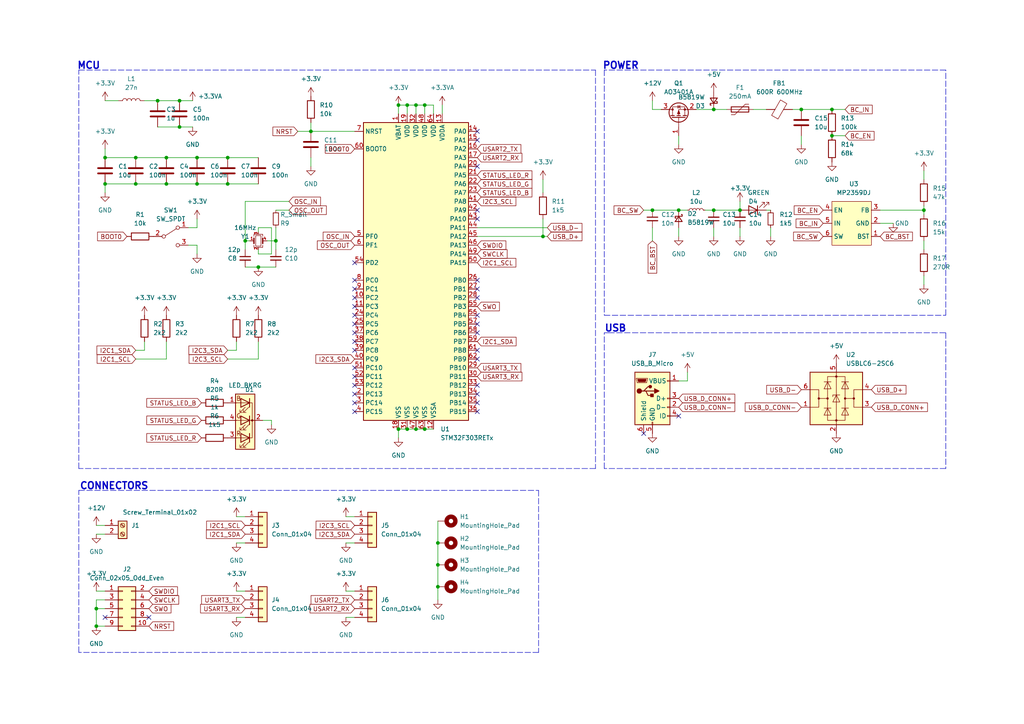
<source format=kicad_sch>
(kicad_sch (version 20211123) (generator eeschema)
  (paper "A4")
  (junction (at 127 163.83))
  (junction (at 115.57 30.48))
  (junction (at 207.01 31.75))
  (junction (at 30.48 45.72))
  (junction (at 90.17 38.1))
  (junction (at 39.37 53.34))
  (junction (at 115.57 124.46))
  (junction (at 48.26 53.34))
  (junction (at 48.26 45.72))
  (junction (at 127 170.18))
  (junction (at 189.23 60.96))
  (junction (at 214.63 60.96))
  (junction (at 45.72 29.21))
  (junction (at 241.3 31.75))
  (junction (at 39.37 45.72))
  (junction (at 71.12 69.85))
  (junction (at 66.04 45.72))
  (junction (at 127 157.48))
  (junction (at 52.07 36.83))
  (junction (at 27.94 176.53))
  (junction (at 120.65 124.46))
  (junction (at 196.85 60.96))
  (junction (at 123.19 30.48))
  (junction (at 74.93 77.47))
  (junction (at 267.97 60.96))
  (junction (at 52.07 29.21))
  (junction (at 27.94 181.61))
  (junction (at 118.11 124.46))
  (junction (at 80.01 69.85))
  (junction (at 241.3 39.37))
  (junction (at 120.65 30.48))
  (junction (at 57.15 45.72))
  (junction (at 66.04 53.34))
  (junction (at 232.41 31.75))
  (junction (at 118.11 30.48))
  (junction (at 123.19 124.46))
  (junction (at 207.01 60.96))
  (junction (at 157.48 68.58))
  (junction (at 30.48 53.34))
  (junction (at 57.15 53.34))
  (no_connect (at 138.43 63.5))
  (no_connect (at 138.43 114.3))
  (no_connect (at 102.87 88.9))
  (no_connect (at 102.87 116.84))
  (no_connect (at 102.87 101.6))
  (no_connect (at 138.43 81.28))
  (no_connect (at 138.43 48.26))
  (no_connect (at 138.43 83.82))
  (no_connect (at 138.43 96.52))
  (no_connect (at 138.43 93.98))
  (no_connect (at 102.87 83.82))
  (no_connect (at 102.87 114.3))
  (no_connect (at 102.87 81.28))
  (no_connect (at 186.69 125.73))
  (no_connect (at 138.43 91.44))
  (no_connect (at 102.87 119.38))
  (no_connect (at 102.87 109.22))
  (no_connect (at 102.87 86.36))
  (no_connect (at 102.87 111.76))
  (no_connect (at 138.43 111.76))
  (no_connect (at 138.43 40.64))
  (no_connect (at 102.87 93.98))
  (no_connect (at 138.43 38.1))
  (no_connect (at 138.43 60.96))
  (no_connect (at 102.87 99.06))
  (no_connect (at 138.43 116.84))
  (no_connect (at 102.87 96.52))
  (no_connect (at 138.43 104.14))
  (no_connect (at 102.87 76.2))
  (no_connect (at 102.87 91.44))
  (no_connect (at 196.85 120.65))
  (no_connect (at 138.43 101.6))
  (no_connect (at 30.48 179.07))
  (no_connect (at 43.18 179.07))
  (no_connect (at 102.87 106.68))
  (no_connect (at 138.43 119.38))
  (no_connect (at 138.43 86.36))
  (wire (pts (xy 41.91 101.6) (xy 41.91 99.06)))
  (wire (pts (xy 77.47 69.85) (xy 80.01 69.85)))
  (wire (pts (xy 218.44 31.75) (xy 222.25 31.75)))
  (wire (pts (xy 66.04 45.72) (xy 74.93 45.72)))
  (wire (pts (xy 127 163.83) (xy 127 170.18)))
  (wire (pts (xy 207.01 31.75) (xy 210.82 31.75)))
  (wire (pts (xy 30.48 53.34) (xy 30.48 55.88)))
  (wire (pts (xy 78.74 73.66) (xy 74.93 73.66)))
  (wire (pts (xy 30.48 53.34) (xy 39.37 53.34)))
  (wire (pts (xy 71.12 69.85) (xy 72.39 69.85)))
  (wire (pts (xy 118.11 30.48) (xy 118.11 33.02)))
  (wire (pts (xy 115.57 30.48) (xy 115.57 33.02)))
  (wire (pts (xy 127 157.48) (xy 127 163.83)))
  (wire (pts (xy 86.36 38.1) (xy 90.17 38.1)))
  (wire (pts (xy 115.57 124.46) (xy 118.11 124.46)))
  (wire (pts (xy 123.19 124.46) (xy 125.73 124.46)))
  (wire (pts (xy 71.12 72.39) (xy 71.12 69.85)))
  (wire (pts (xy 196.85 66.04) (xy 196.85 68.58)))
  (polyline (pts (xy 274.32 91.44) (xy 274.32 20.32)))
  (wire (pts (xy 57.15 66.04) (xy 57.15 63.5)))
  (wire (pts (xy 39.37 53.34) (xy 48.26 53.34)))
  (wire (pts (xy 157.48 52.07) (xy 157.48 55.88)))
  (wire (pts (xy 74.93 99.06) (xy 74.93 104.14)))
  (wire (pts (xy 48.26 53.34) (xy 57.15 53.34)))
  (wire (pts (xy 27.94 181.61) (xy 30.48 181.61)))
  (wire (pts (xy 255.27 60.96) (xy 267.97 60.96)))
  (polyline (pts (xy 274.32 20.32) (xy 175.26 20.32)))
  (wire (pts (xy 74.93 67.31) (xy 74.93 66.04)))
  (wire (pts (xy 196.85 60.96) (xy 199.39 60.96)))
  (wire (pts (xy 120.65 30.48) (xy 120.65 33.02)))
  (wire (pts (xy 127 151.13) (xy 127 157.48)))
  (wire (pts (xy 57.15 53.34) (xy 66.04 53.34)))
  (wire (pts (xy 41.91 29.21) (xy 45.72 29.21)))
  (wire (pts (xy 267.97 80.01) (xy 267.97 82.55)))
  (wire (pts (xy 27.94 154.94) (xy 30.48 154.94)))
  (wire (pts (xy 241.3 39.37) (xy 245.11 39.37)))
  (wire (pts (xy 158.75 68.58) (xy 157.48 68.58)))
  (wire (pts (xy 45.72 29.21) (xy 52.07 29.21)))
  (wire (pts (xy 30.48 29.21) (xy 34.29 29.21)))
  (wire (pts (xy 80.01 66.04) (xy 80.01 69.85)))
  (wire (pts (xy 100.33 179.07) (xy 102.87 179.07)))
  (wire (pts (xy 52.07 36.83) (xy 55.88 36.83)))
  (wire (pts (xy 80.01 72.39) (xy 80.01 69.85)))
  (wire (pts (xy 80.01 60.96) (xy 83.82 60.96)))
  (wire (pts (xy 196.85 39.37) (xy 196.85 41.91)))
  (wire (pts (xy 57.15 71.12) (xy 57.15 73.66)))
  (wire (pts (xy 127 170.18) (xy 127 173.99)))
  (wire (pts (xy 123.19 30.48) (xy 123.19 33.02)))
  (wire (pts (xy 100.33 157.48) (xy 102.87 157.48)))
  (wire (pts (xy 78.74 66.04) (xy 78.74 73.66)))
  (wire (pts (xy 66.04 101.6) (xy 68.58 101.6)))
  (wire (pts (xy 223.52 60.96) (xy 222.25 60.96)))
  (wire (pts (xy 54.61 66.04) (xy 57.15 66.04)))
  (wire (pts (xy 123.19 30.48) (xy 125.73 30.48)))
  (wire (pts (xy 267.97 49.53) (xy 267.97 52.07)))
  (wire (pts (xy 78.74 121.92) (xy 78.74 123.19)))
  (polyline (pts (xy 22.86 142.24) (xy 156.21 142.24)))
  (wire (pts (xy 232.41 39.37) (xy 232.41 41.91)))
  (wire (pts (xy 57.15 45.72) (xy 66.04 45.72)))
  (wire (pts (xy 189.23 69.85) (xy 189.23 66.04)))
  (polyline (pts (xy 175.26 96.52) (xy 176.53 96.52)))
  (wire (pts (xy 90.17 38.1) (xy 102.87 38.1)))
  (wire (pts (xy 68.58 171.45) (xy 71.12 171.45)))
  (wire (pts (xy 255.27 64.77) (xy 259.08 64.77)))
  (wire (pts (xy 223.52 66.04) (xy 223.52 68.58)))
  (wire (pts (xy 128.27 30.48) (xy 128.27 33.02)))
  (wire (pts (xy 267.97 60.96) (xy 267.97 62.23)))
  (wire (pts (xy 189.23 60.96) (xy 196.85 60.96)))
  (wire (pts (xy 189.23 31.75) (xy 191.77 31.75)))
  (wire (pts (xy 27.94 152.4) (xy 30.48 152.4)))
  (wire (pts (xy 118.11 124.46) (xy 120.65 124.46)))
  (polyline (pts (xy 22.86 189.23) (xy 22.86 142.24)))
  (wire (pts (xy 125.73 30.48) (xy 125.73 33.02)))
  (wire (pts (xy 74.93 66.04) (xy 78.74 66.04)))
  (wire (pts (xy 120.65 124.46) (xy 123.19 124.46)))
  (polyline (pts (xy 22.86 20.32) (xy 172.72 20.32)))
  (wire (pts (xy 229.87 31.75) (xy 232.41 31.75)))
  (wire (pts (xy 267.97 59.69) (xy 267.97 60.96)))
  (wire (pts (xy 214.63 58.42) (xy 214.63 60.96)))
  (polyline (pts (xy 156.21 142.24) (xy 156.21 189.23)))
  (wire (pts (xy 138.43 66.04) (xy 158.75 66.04)))
  (wire (pts (xy 118.11 30.48) (xy 120.65 30.48)))
  (wire (pts (xy 115.57 124.46) (xy 115.57 127)))
  (wire (pts (xy 68.58 149.86) (xy 71.12 149.86)))
  (polyline (pts (xy 172.72 20.32) (xy 172.72 135.89)))
  (polyline (pts (xy 22.86 135.89) (xy 22.86 20.32)))
  (wire (pts (xy 157.48 63.5) (xy 157.48 68.58)))
  (wire (pts (xy 66.04 53.34) (xy 74.93 53.34)))
  (polyline (pts (xy 175.26 135.89) (xy 175.26 96.52)))
  (wire (pts (xy 48.26 45.72) (xy 57.15 45.72)))
  (wire (pts (xy 74.93 77.47) (xy 80.01 77.47)))
  (wire (pts (xy 27.94 173.99) (xy 30.48 173.99)))
  (wire (pts (xy 68.58 101.6) (xy 68.58 99.06)))
  (wire (pts (xy 90.17 35.56) (xy 90.17 38.1)))
  (wire (pts (xy 39.37 45.72) (xy 48.26 45.72)))
  (wire (pts (xy 189.23 29.21) (xy 189.23 31.75)))
  (wire (pts (xy 267.97 69.85) (xy 267.97 72.39)))
  (wire (pts (xy 157.48 68.58) (xy 138.43 68.58)))
  (wire (pts (xy 76.2 121.92) (xy 78.74 121.92)))
  (wire (pts (xy 241.3 31.75) (xy 245.11 31.75)))
  (wire (pts (xy 68.58 179.07) (xy 71.12 179.07)))
  (wire (pts (xy 196.85 110.49) (xy 199.39 110.49)))
  (wire (pts (xy 186.69 60.96) (xy 189.23 60.96)))
  (wire (pts (xy 74.93 104.14) (xy 66.04 104.14)))
  (wire (pts (xy 199.39 110.49) (xy 199.39 107.95)))
  (wire (pts (xy 100.33 171.45) (xy 102.87 171.45)))
  (polyline (pts (xy 175.26 20.32) (xy 175.26 91.44)))
  (wire (pts (xy 27.94 181.61) (xy 27.94 176.53)))
  (wire (pts (xy 52.07 29.21) (xy 55.88 29.21)))
  (wire (pts (xy 115.57 30.48) (xy 118.11 30.48)))
  (wire (pts (xy 45.72 36.83) (xy 52.07 36.83)))
  (polyline (pts (xy 175.26 91.44) (xy 274.32 91.44)))
  (wire (pts (xy 30.48 43.18) (xy 30.48 45.72)))
  (wire (pts (xy 30.48 45.72) (xy 39.37 45.72)))
  (wire (pts (xy 27.94 176.53) (xy 27.94 173.99)))
  (wire (pts (xy 214.63 66.04) (xy 214.63 68.58)))
  (wire (pts (xy 27.94 171.45) (xy 30.48 171.45)))
  (wire (pts (xy 68.58 157.48) (xy 71.12 157.48)))
  (wire (pts (xy 71.12 58.42) (xy 71.12 69.85)))
  (polyline (pts (xy 172.72 135.89) (xy 22.86 135.89)))
  (wire (pts (xy 201.93 31.75) (xy 207.01 31.75)))
  (polyline (pts (xy 176.53 96.52) (xy 274.32 96.52)))
  (wire (pts (xy 100.33 149.86) (xy 102.87 149.86)))
  (wire (pts (xy 207.01 66.04) (xy 207.01 68.58)))
  (wire (pts (xy 207.01 60.96) (xy 214.63 60.96)))
  (wire (pts (xy 74.93 73.66) (xy 74.93 72.39)))
  (wire (pts (xy 48.26 99.06) (xy 48.26 104.14)))
  (wire (pts (xy 120.65 30.48) (xy 123.19 30.48)))
  (wire (pts (xy 90.17 45.72) (xy 90.17 48.26)))
  (polyline (pts (xy 274.32 96.52) (xy 274.32 135.89)))
  (polyline (pts (xy 274.32 135.89) (xy 175.26 135.89)))
  (wire (pts (xy 232.41 31.75) (xy 241.3 31.75)))
  (wire (pts (xy 39.37 101.6) (xy 41.91 101.6)))
  (wire (pts (xy 83.82 58.42) (xy 71.12 58.42)))
  (wire (pts (xy 27.94 176.53) (xy 30.48 176.53)))
  (wire (pts (xy 54.61 71.12) (xy 57.15 71.12)))
  (polyline (pts (xy 156.21 189.23) (xy 22.86 189.23)))
  (wire (pts (xy 71.12 77.47) (xy 74.93 77.47)))
  (wire (pts (xy 48.26 104.14) (xy 39.37 104.14)))
  (wire (pts (xy 204.47 60.96) (xy 207.01 60.96)))
  (text "POWER" (at 185.42 20.32 180) (effects (font (size 2 2) bold) (justify right bottom)))
  (text "USB" (at 175.26 96.52 0) (effects (font (size 2 2) bold) (justify left bottom)))
  (text "MCU" (at 29.21 20.32 180) (effects (font (size 2 2) bold) (justify right bottom)))
  (text "CONNECTORS" (at 43.18 142.24 180) (effects (font (size 2 2) bold) (justify right bottom)))
  (global_label "STATUS_LED_G" (shape input) (at 58.42 121.92 180) (property "Intersheet References" "${INTERSHEET_REFS}" (effects hide)))
  (global_label "I2C3_SCL" (shape input) (at 138.43 58.42 0) (property "Intersheet References" "${INTERSHEET_REFS}" (effects hide)))
  (global_label "USB_D_CONN+" (shape input) (at 196.85 115.57 0) (property "Intersheet References" "${INTERSHEET_REFS}" (effects hide)))
  (global_label "USART3_RX" (shape input) (at 71.12 176.53 180) (property "Intersheet References" "${INTERSHEET_REFS}" (effects hide)))
  (global_label "BC_EN" (shape input) (at 245.11 39.37 0) (property "Intersheet References" "${INTERSHEET_REFS}" (effects hide)))
  (global_label "I2C3_SCL" (shape input) (at 66.04 104.14 180) (property "Intersheet References" "${INTERSHEET_REFS}" (effects hide)))
  (global_label "USART3_RX" (shape input) (at 138.43 109.22 0) (property "Intersheet References" "${INTERSHEET_REFS}" (effects hide)))
  (global_label "BC_BST" (shape input) (at 255.27 68.58 0) (property "Intersheet References" "${INTERSHEET_REFS}" (effects hide)))
  (global_label "USART2_RX" (shape input) (at 138.43 45.72 0) (property "Intersheet References" "${INTERSHEET_REFS}" (effects hide)))
  (global_label "SWCLK" (shape input) (at 43.18 173.99 0) (property "Intersheet References" "${INTERSHEET_REFS}" (effects hide)))
  (global_label "USB_D_CONN+" (shape input) (at 252.73 118.11 0) (property "Intersheet References" "${INTERSHEET_REFS}" (effects hide)))
  (global_label "USB_D_CONN-" (shape input) (at 232.41 118.11 180) (property "Intersheet References" "${INTERSHEET_REFS}" (effects hide)))
  (global_label "USB_D-" (shape input) (at 232.41 113.03 180) (property "Intersheet References" "${INTERSHEET_REFS}" (effects hide)))
  (global_label "I2C1_SCL" (shape input) (at 39.37 104.14 180) (property "Intersheet References" "${INTERSHEET_REFS}" (effects hide)))
  (global_label "SWO" (shape input) (at 138.43 88.9 0) (property "Intersheet References" "${INTERSHEET_REFS}" (effects hide)))
  (global_label "I2C1_SCL" (shape input) (at 138.43 76.2 0) (property "Intersheet References" "${INTERSHEET_REFS}" (effects hide)))
  (global_label "SWDIO" (shape input) (at 138.43 71.12 0) (property "Intersheet References" "${INTERSHEET_REFS}" (effects hide)))
  (global_label "I2C1_SDA" (shape input) (at 138.43 99.06 0) (property "Intersheet References" "${INTERSHEET_REFS}" (effects hide)))
  (global_label "BC_IN" (shape input) (at 238.76 64.77 180) (property "Intersheet References" "${INTERSHEET_REFS}" (effects hide)))
  (global_label "NRST" (shape input) (at 86.36 38.1 180) (property "Intersheet References" "${INTERSHEET_REFS}" (effects hide)))
  (global_label "OSC_IN" (shape input) (at 102.87 68.58 180) (property "Intersheet References" "${INTERSHEET_REFS}" (effects hide)))
  (global_label "NRST" (shape input) (at 43.18 181.61 0) (property "Intersheet References" "${INTERSHEET_REFS}" (effects hide)))
  (global_label "STATUS_LED_G" (shape input) (at 138.43 53.34 0) (property "Intersheet References" "${INTERSHEET_REFS}" (effects hide)))
  (global_label "I2C3_SCL" (shape input) (at 102.87 152.4 180) (property "Intersheet References" "${INTERSHEET_REFS}" (effects hide)))
  (global_label "USB_D+" (shape input) (at 158.75 68.58 0) (property "Intersheet References" "${INTERSHEET_REFS}" (effects hide)))
  (global_label "I2C3_SDA" (shape input) (at 102.87 104.14 180) (property "Intersheet References" "${INTERSHEET_REFS}" (effects hide)))
  (global_label "SWO" (shape input) (at 43.18 176.53 0) (property "Intersheet References" "${INTERSHEET_REFS}" (effects hide)))
  (global_label "BOOT0" (shape input) (at 102.87 43.18 180) (property "Intersheet References" "${INTERSHEET_REFS}" (effects hide)))
  (global_label "STATUS_LED_B" (shape input) (at 138.43 55.88 0) (property "Intersheet References" "${INTERSHEET_REFS}" (effects hide)))
  (global_label "I2C1_SDA" (shape input) (at 39.37 101.6 180) (property "Intersheet References" "${INTERSHEET_REFS}" (effects hide)))
  (global_label "STATUS_LED_B" (shape input) (at 58.42 116.84 180) (property "Intersheet References" "${INTERSHEET_REFS}" (effects hide)))
  (global_label "USB_D+" (shape input) (at 252.73 113.03 0) (property "Intersheet References" "${INTERSHEET_REFS}" (effects hide)))
  (global_label "SWDIO" (shape input) (at 43.18 171.45 0) (property "Intersheet References" "${INTERSHEET_REFS}" (effects hide)))
  (global_label "BC_BST" (shape input) (at 189.23 69.85 270) (property "Intersheet References" "${INTERSHEET_REFS}" (effects hide)))
  (global_label "OSC_OUT" (shape input) (at 83.82 60.96 0) (property "Intersheet References" "${INTERSHEET_REFS}" (effects hide)))
  (global_label "USART2_TX" (shape input) (at 102.87 173.99 180) (property "Intersheet References" "${INTERSHEET_REFS}" (effects hide)))
  (global_label "BC_SW" (shape input) (at 238.76 68.58 180) (property "Intersheet References" "${INTERSHEET_REFS}" (effects hide)))
  (global_label "USART2_TX" (shape input) (at 138.43 43.18 0) (property "Intersheet References" "${INTERSHEET_REFS}" (effects hide)))
  (global_label "OSC_IN" (shape input) (at 83.82 58.42 0) (property "Intersheet References" "${INTERSHEET_REFS}" (effects hide)))
  (global_label "I2C1_SCL" (shape input) (at 71.12 152.4 180) (property "Intersheet References" "${INTERSHEET_REFS}" (effects hide)))
  (global_label "USB_D_CONN-" (shape input) (at 196.85 118.11 0) (property "Intersheet References" "${INTERSHEET_REFS}" (effects hide)))
  (global_label "STATUS_LED_R" (shape input) (at 58.42 127 180) (property "Intersheet References" "${INTERSHEET_REFS}" (effects hide)))
  (global_label "USART2_RX" (shape input) (at 102.87 176.53 180) (property "Intersheet References" "${INTERSHEET_REFS}" (effects hide)))
  (global_label "USB_D-" (shape input) (at 158.75 66.04 0) (property "Intersheet References" "${INTERSHEET_REFS}" (effects hide)))
  (global_label "SWCLK" (shape input) (at 138.43 73.66 0) (property "Intersheet References" "${INTERSHEET_REFS}" (effects hide)))
  (global_label "I2C3_SDA" (shape input) (at 102.87 154.94 180) (property "Intersheet References" "${INTERSHEET_REFS}" (effects hide)))
  (global_label "BC_EN" (shape input) (at 238.76 60.96 180) (property "Intersheet References" "${INTERSHEET_REFS}" (effects hide)))
  (global_label "I2C1_SDA" (shape input) (at 71.12 154.94 180) (property "Intersheet References" "${INTERSHEET_REFS}" (effects hide)))
  (global_label "OSC_OUT" (shape input) (at 102.87 71.12 180) (property "Intersheet References" "${INTERSHEET_REFS}" (effects hide)))
  (global_label "BC_SW" (shape input) (at 186.69 60.96 180) (property "Intersheet References" "${INTERSHEET_REFS}" (effects hide)))
  (global_label "USART3_TX" (shape input) (at 138.43 106.68 0) (property "Intersheet References" "${INTERSHEET_REFS}" (effects hide)))
  (global_label "I2C3_SDA" (shape input) (at 66.04 101.6 180) (property "Intersheet References" "${INTERSHEET_REFS}" (effects hide)))
  (global_label "BOOT0" (shape input) (at 36.83 68.58 180) (property "Intersheet References" "${INTERSHEET_REFS}" (effects hide)))
  (global_label "BC_IN" (shape input) (at 245.11 31.75 0) (property "Intersheet References" "${INTERSHEET_REFS}" (effects hide)))
  (global_label "STATUS_LED_R" (shape input) (at 138.43 50.8 0) (property "Intersheet References" "${INTERSHEET_REFS}" (effects hide)))
  (global_label "USART3_TX" (shape input) (at 71.12 173.99 180) (property "Intersheet References" "${INTERSHEET_REFS}" (effects hide)))
  (symbol (lib_id "power:GND") (at 90.17 48.26 0) (unit 1)
    (property "Reference" "#PWR0119" (effects hide))
    (property "Value" "GND" (at 90.17 53.34 0))
  )
  (symbol (lib_id "power:+3.3V") (at 48.26 91.44 0) (unit 1)
    (property "Reference" "#PWR0112" (effects hide))
    (property "Value" "+3.3V" (at 48.26 86.36 0))
  )
  (symbol (lib_id "Device:L") (at 38.1 29.21 90) (unit 1)
    (property "Reference" "L1" (at 38.1 22.86 90))
    (property "Value" "27n" (at 38.1 25.4 90))
    (property "Footprint" "Inductor_SMD:L_0402_1005Metric" (effects hide))
  )
  (symbol (lib_id "power:GND") (at 100.33 157.48 0) (unit 1)
    (property "Reference" "#PWR0126" (effects hide))
    (property "Value" "GND" (at 100.33 162.56 0))
  )
  (symbol (lib_id "power:+5V") (at 199.39 107.95 0) (unit 1)
    (property "Reference" "#PWR01" (effects hide))
    (property "Value" "+5V" (at 199.39 102.87 0))
  )
  (symbol (lib_id "power:+12V") (at 27.94 152.4 0) (unit 1)
    (property "Reference" "#PWR0104" (effects hide))
    (property "Value" "+12V" (at 27.94 147.32 0))
  )
  (symbol (lib_id "MCU_ST_STM32F3:STM32F303RETx") (at 120.65 78.74 0) (unit 1)
    (property "Reference" "U1" (at 127.7494 124.46 0) (effects (justify left)))
    (property "Value" "STM32F303RETx" (at 127.7494 127 0) (effects (justify left)))
    (property "Footprint" "Package_QFP:LQFP-64_10x10mm_P0.5mm" (effects hide))
    (property "Datasheet" "http://www.st.com/st-web-ui/static/active/en/resource/technical/document/datasheet/DM00118585.pdf" (effects hide))
  )
  (symbol (lib_id "power:+3.3V") (at 27.94 171.45 0) (unit 1)
    (property "Reference" "#PWR0102" (effects hide))
    (property "Value" "+3.3V" (at 27.94 166.37 0))
  )
  (symbol (lib_id "Device:R") (at 62.23 127 90) (unit 1)
    (property "Reference" "R6" (at 62.23 120.65 90))
    (property "Value" "1k5" (at 62.23 123.19 90))
    (property "Footprint" "Resistor_SMD:R_0603_1608Metric" (effects hide))
  )
  (symbol (lib_id "power:+3.3V") (at 68.58 91.44 0) (unit 1)
    (property "Reference" "#PWR0121" (effects hide))
    (property "Value" "+3.3V" (at 68.58 86.36 0))
  )
  (symbol (lib_id "power:+3.3V") (at 100.33 171.45 0) (unit 1)
    (property "Reference" "#PWR0127" (effects hide))
    (property "Value" "+3.3V" (at 100.33 166.37 0))
  )
  (symbol (lib_id "Device:Crystal_GND23_Small") (at 74.93 69.85 0) (unit 1)
    (property "Reference" "Y1" (at 71.12 68.58 0))
    (property "Value" "16MHz" (at 71.12 66.04 0))
    (property "Footprint" "Crystal:Crystal_SMD_3225-4Pin_3.2x2.5mm" (effects hide))
  )
  (symbol (lib_id "power:GND") (at 27.94 154.94 0) (unit 1)
    (property "Reference" "#PWR0103" (effects hide))
    (property "Value" "GND" (at 27.94 160.02 0))
  )
  (symbol (lib_id "power:GND") (at 259.08 64.77 0) (unit 1)
    (property "Reference" "#PWR0149" (effects hide))
    (property "Value" "GND" (at 261.62 64.77 0))
  )
  (symbol (lib_id "Device:R") (at 40.64 68.58 270) (unit 1)
    (property "Reference" "R1" (at 40.64 62.23 90))
    (property "Value" "10k" (at 40.64 64.77 90))
    (property "Footprint" "Resistor_SMD:R_0402_1005Metric" (effects hide))
  )
  (symbol (lib_id "Transistor_FET:AO3401A") (at 196.85 34.29 90) (unit 1)
    (property "Reference" "Q1" (at 196.85 24.13 90))
    (property "Value" "AO3401A" (at 196.85 26.67 90))
    (property "Footprint" "Package_TO_SOT_SMD:SOT-23" (effects hide))
    (property "Datasheet" "http://www.aosmd.com/pdfs/datasheet/AO3401A.pdf" (effects hide))
  )
  (symbol (lib_id "power:GND") (at 214.63 68.58 0) (unit 1)
    (property "Reference" "#PWR0144" (effects hide))
    (property "Value" "GND" (at 214.63 73.66 0))
  )
  (symbol (lib_id "Device:Polyfuse") (at 214.63 31.75 90) (unit 1)
    (property "Reference" "F1" (at 214.63 25.4 90))
    (property "Value" "250mA" (at 214.63 27.94 90))
    (property "Footprint" "Fuse:Fuse_1206_3216Metric" (effects hide))
  )
  (symbol (lib_id "Device:C") (at 66.04 49.53 0) (unit 1)
    (property "Reference" "C7" (at 69.85 48.2599 0) (effects (justify left)))
    (property "Value" "100n" (at 69.85 50.7999 0) (effects (justify left)))
    (property "Footprint" "Capacitor_SMD:C_0402_1005Metric" (effects hide))
  )
  (symbol (lib_id "Device:C") (at 57.15 49.53 0) (unit 1)
    (property "Reference" "C6" (at 60.96 48.2599 0) (effects (justify left)))
    (property "Value" "100n" (at 60.96 50.7999 0) (effects (justify left)))
    (property "Footprint" "Capacitor_SMD:C_0402_1005Metric" (effects hide))
  )
  (symbol (lib_id "Device:R") (at 62.23 121.92 90) (unit 1)
    (property "Reference" "R5" (at 62.23 115.57 90))
    (property "Value" "1k" (at 62.23 118.11 90))
    (property "Footprint" "Resistor_SMD:R_0603_1608Metric" (effects hide))
  )
  (symbol (lib_id "Connector:Screw_Terminal_01x02") (at 35.56 152.4 0) (unit 1)
    (property "Reference" "J1" (at 38.1 152.3999 0) (effects (justify left)))
    (property "Value" "Screw_Terminal_01x02" (at 35.56 148.59 0) (effects (justify left)))
    (property "Footprint" "TerminalBlock_Phoenix:TerminalBlock_Phoenix_MPT-0,5-2-2.54_1x02_P2.54mm_Horizontal" (effects hide))
  )
  (symbol (lib_id "Device:C_Small") (at 214.63 63.5 180) (unit 1)
    (property "Reference" "C14" (at 217.17 62.2235 0) (effects (justify right)))
    (property "Value" "10u" (at 217.17 64.7635 0) (effects (justify right)))
    (property "Footprint" "Capacitor_SMD:C_0603_1608Metric" (effects hide))
  )
  (symbol (lib_id "power:+5V") (at 207.01 26.67 0) (unit 1)
    (property "Reference" "#PWR02" (effects hide))
    (property "Value" "+5V" (at 207.01 21.59 0))
  )
  (symbol (lib_id "Power_Protection:USBLC6-2SC6") (at 242.57 115.57 0) (unit 1)
    (property "Reference" "U2" (at 245.3387 102.87 0) (effects (justify left)))
    (property "Value" "USBLC6-2SC6" (at 245.3387 105.41 0) (effects (justify left)))
    (property "Footprint" "Package_TO_SOT_SMD:SOT-23-6" (effects hide))
    (property "Datasheet" "https://www.st.com/resource/en/datasheet/usblc6-2.pdf" (effects hide))
  )
  (symbol (lib_id "Device:C") (at 52.07 33.02 0) (unit 1)
    (property "Reference" "C5" (at 55.88 31.7499 0) (effects (justify left)))
    (property "Value" "100n" (at 55.88 34.2899 0) (effects (justify left)))
    (property "Footprint" "Capacitor_SMD:C_0402_1005Metric" (effects hide))
  )
  (symbol (lib_id "Device:LED") (at 218.44 60.96 180) (unit 1)
    (property "Reference" "D4" (at 218.44 58.42 0))
    (property "Value" "GREEN" (at 220.0275 55.88 0))
    (property "Footprint" "LED_SMD:LED_0805_2012Metric" (effects hide))
  )
  (symbol (lib_id "power:+3.3V") (at 157.48 52.07 0) (unit 1)
    (property "Reference" "#PWR0136" (effects hide))
    (property "Value" "+3.3V" (at 157.48 46.99 0))
  )
  (symbol (lib_id "Device:D_Schottky_Small") (at 196.85 63.5 270) (unit 1)
    (property "Reference" "D2" (at 199.39 61.9759 90) (effects (justify left)))
    (property "Value" "B5819W" (at 199.39 64.5159 90) (effects (justify left)))
    (property "Footprint" "Diode_SMD:D_SOD-123" (effects hide))
  )
  (symbol (lib_id "power:+3.3VA") (at 55.88 29.21 0) (unit 1)
    (property "Reference" "#PWR0117" (effects hide))
    (property "Value" "+3.3VA" (at 60.96 27.94 0))
  )
  (symbol (lib_id "power:GND") (at 55.88 36.83 0) (unit 1)
    (property "Reference" "#PWR0111" (effects hide))
    (property "Value" "GND" (at 55.88 41.91 0))
  )
  (symbol (lib_id "power:GND") (at 207.01 68.58 0) (unit 1)
    (property "Reference" "#PWR0141" (effects hide))
    (property "Value" "GND" (at 207.01 73.66 0))
  )
  (symbol (lib_id "power:GND") (at 74.93 77.47 0) (unit 1)
    (property "Reference" "#PWR0123" (effects hide))
    (property "Value" "GND" (at 74.93 82.55 0))
  )
  (symbol (lib_id "Device:R") (at 48.26 95.25 180) (unit 1)
    (property "Reference" "R3" (at 50.8 93.9799 0) (effects (justify right)))
    (property "Value" "2k2" (at 50.8 96.5199 0) (effects (justify right)))
    (property "Footprint" "Resistor_SMD:R_0402_1005Metric" (effects hide))
  )
  (symbol (lib_id "power:GND") (at 27.94 181.61 0) (unit 1)
    (property "Reference" "#PWR0101" (effects hide))
    (property "Value" "GND" (at 27.94 186.69 0))
  )
  (symbol (lib_id "Device:C") (at 90.17 41.91 0) (unit 1)
    (property "Reference" "C11" (at 93.98 40.6399 0) (effects (justify left)))
    (property "Value" "100n" (at 93.98 43.1799 0) (effects (justify left)))
    (property "Footprint" "Capacitor_SMD:C_0402_1005Metric" (effects hide))
  )
  (symbol (lib_id "power:GND") (at 127 173.99 0) (unit 1)
    (property "Reference" "#PWR06" (effects hide))
    (property "Value" "GND" (at 127 179.07 0))
  )
  (symbol (lib_id "power:+3.3V") (at 100.33 149.86 0) (unit 1)
    (property "Reference" "#PWR0125" (effects hide))
    (property "Value" "+3.3V" (at 100.33 144.78 0))
  )
  (symbol (lib_id "KIDAC_OWNLIB:MP2359DJ") (at 247.65 48.26 180) (unit 1)
    (property "Reference" "U3" (at 247.65 53.34 0))
    (property "Value" "MP2359DJ" (at 247.65 55.88 0))
    (property "Footprint" "Package_TO_SOT_SMD:TSOT-23-6_HandSoldering" (effects hide))
  )
  (symbol (lib_id "Device:R_Small") (at 80.01 63.5 0) (unit 1)
    (property "Reference" "R9" (at 81.28 64.77 0) (effects (justify left)))
    (property "Value" "R_Small" (at 81.28 62.23 0) (effects (justify left)))
    (property "Footprint" "Resistor_SMD:R_0402_1005Metric" (effects hide))
  )
  (symbol (lib_id "power:GND") (at 189.23 125.73 0) (unit 1)
    (property "Reference" "#PWR0137" (effects hide))
    (property "Value" "GND" (at 189.23 130.81 0))
  )
  (symbol (lib_id "Device:C") (at 74.93 49.53 0) (unit 1)
    (property "Reference" "C9" (at 78.74 48.2599 0) (effects (justify left)))
    (property "Value" "100n" (at 78.74 50.7999 0) (effects (justify left)))
    (property "Footprint" "Capacitor_SMD:C_0402_1005Metric" (effects hide))
  )
  (symbol (lib_id "Device:R_Small") (at 223.52 63.5 0) (unit 1)
    (property "Reference" "R12" (at 226.06 62.2299 0) (effects (justify left)))
    (property "Value" "1k5" (at 226.06 64.7699 0) (effects (justify left)))
    (property "Footprint" "Resistor_SMD:R_0603_1608Metric" (effects hide))
  )
  (symbol (lib_id "power:+3.3V") (at 30.48 29.21 0) (unit 1)
    (property "Reference" "#PWR0109" (effects hide))
    (property "Value" "+3.3V" (at 30.48 24.13 0))
  )
  (symbol (lib_id "Device:C") (at 48.26 49.53 0) (unit 1)
    (property "Reference" "C4" (at 52.07 48.2599 0) (effects (justify left)))
    (property "Value" "100n" (at 52.07 50.7999 0) (effects (justify left)))
    (property "Footprint" "Capacitor_SMD:C_0402_1005Metric" (effects hide))
  )
  (symbol (lib_id "Device:R") (at 267.97 66.04 0) (unit 1)
    (property "Reference" "R16" (at 270.51 64.7699 0) (effects (justify left)))
    (property "Value" "15k" (at 270.51 67.3099 0) (effects (justify left)))
    (property "Footprint" "Resistor_SMD:R_0603_1608Metric" (effects hide))
  )
  (symbol (lib_id "power:+3.3V") (at 30.48 43.18 0) (unit 1)
    (property "Reference" "#PWR0108" (effects hide))
    (property "Value" "+3.3V" (at 30.48 38.1 0))
  )
  (symbol (lib_id "power:GND") (at 196.85 41.91 0) (unit 1)
    (property "Reference" "#PWR0133" (effects hide))
    (property "Value" "GND" (at 196.85 46.99 0))
  )
  (symbol (lib_id "power:GND") (at 223.52 68.58 0) (unit 1)
    (property "Reference" "#PWR03" (effects hide))
    (property "Value" "GND" (at 223.52 73.66 0))
  )
  (symbol (lib_id "power:+3.3V") (at 74.93 91.44 0) (unit 1)
    (property "Reference" "#PWR0120" (effects hide))
    (property "Value" "+3.3V" (at 74.93 86.36 0))
  )
  (symbol (lib_id "Connector:USB_B_Micro") (at 189.23 115.57 0) (unit 1)
    (property "Reference" "J7" (at 189.23 102.87 0))
    (property "Value" "USB_B_Micro" (at 189.23 105.41 0))
    (property "Footprint" "Connector_USB:USB_Micro-B_Molex_47346-0001" (effects hide))
  )
  (symbol (lib_id "power:GND") (at 30.48 55.88 0) (unit 1)
    (property "Reference" "#PWR0114" (effects hide))
    (property "Value" "GND" (at 30.48 60.96 0))
  )
  (symbol (lib_id "Device:FerriteBead") (at 226.06 31.75 90) (unit 1)
    (property "Reference" "FB1" (at 226.0092 24.13 90))
    (property "Value" "600R 600MHz" (at 226.06 26.67 90))
    (property "Footprint" "Inductor_SMD:L_0805_2012Metric" (effects hide))
  )
  (symbol (lib_id "power:GND") (at 68.58 157.48 0) (unit 1)
    (property "Reference" "#PWR0105" (effects hide))
    (property "Value" "GND" (at 68.58 162.56 0))
  )
  (symbol (lib_id "power:GND") (at 57.15 73.66 0) (unit 1)
    (property "Reference" "#PWR0124" (effects hide))
    (property "Value" "GND" (at 57.15 78.74 0))
  )
  (symbol (lib_id "Switch:SW_SPDT") (at 49.53 68.58 0) (unit 1)
    (property "Reference" "SW1" (at 49.53 60.96 0))
    (property "Value" "SW_SPDT" (at 49.53 63.5 0))
    (property "Footprint" "Button_Switch_SMD:SW_DIP_SPSTx01_Slide_Copal_CVS-01xB_W5.9mm_P1mm" (effects hide))
  )
  (symbol (lib_id "Device:R") (at 68.58 95.25 180) (unit 1)
    (property "Reference" "R7" (at 71.12 93.9799 0) (effects (justify right)))
    (property "Value" "2k2" (at 71.12 96.5199 0) (effects (justify right)))
    (property "Footprint" "Resistor_SMD:R_0402_1005Metric" (effects hide))
  )
  (symbol (lib_id "power:GND") (at 196.85 68.58 0) (unit 1)
    (property "Reference" "#PWR0143" (effects hide))
    (property "Value" "GND" (at 196.85 73.66 0))
  )
  (symbol (lib_id "Mechanical:MountingHole_Pad") (at 129.54 163.83 270) (unit 1)
    (property "Reference" "H3" (at 133.35 162.5599 90) (effects (justify left)))
    (property "Value" "MountingHole_Pad" (at 133.35 165.0999 90) (effects (justify left)))
    (property "Footprint" "MountingHole:MountingHole_4.3mm_M4_Pad_Via" (effects hide))
  )
  (symbol (lib_id "Mechanical:MountingHole_Pad") (at 129.54 151.13 270) (unit 1)
    (property "Reference" "H1" (at 133.35 149.8599 90) (effects (justify left)))
    (property "Value" "MountingHole_Pad" (at 133.35 152.3999 90) (effects (justify left)))
    (property "Footprint" "MountingHole:MountingHole_4.3mm_M4_Pad_Via" (effects hide))
  )
  (symbol (lib_id "Device:R") (at 267.97 76.2 0) (unit 1)
    (property "Reference" "R17" (at 270.51 74.9299 0) (effects (justify left)))
    (property "Value" "270R" (at 270.51 77.4699 0) (effects (justify left)))
    (property "Footprint" "Resistor_SMD:R_0603_1608Metric" (effects hide))
  )
  (symbol (lib_id "Device:C_Small") (at 189.23 63.5 0) (unit 1)
    (property "Reference" "C12" (at 191.77 62.2362 0) (effects (justify left)))
    (property "Value" "10n" (at 191.77 64.7762 0) (effects (justify left)))
    (property "Footprint" "Capacitor_SMD:C_0603_1608Metric" (effects hide))
  )
  (symbol (lib_id "power:GND") (at 267.97 82.55 0) (unit 1)
    (property "Reference" "#PWR0148" (effects hide))
    (property "Value" "GND" (at 267.97 87.63 0))
  )
  (symbol (lib_id "power:GND") (at 78.74 123.19 0) (unit 1)
    (property "Reference" "#PWR0110" (effects hide))
    (property "Value" "GND" (at 78.74 128.27 0))
  )
  (symbol (lib_id "power:+3.3V") (at 267.97 49.53 0) (unit 1)
    (property "Reference" "#PWR0147" (effects hide))
    (property "Value" "+3.3V" (at 267.97 44.45 0))
  )
  (symbol (lib_id "power:GND") (at 232.41 41.91 0) (unit 1)
    (property "Reference" "#PWR0132" (effects hide))
    (property "Value" "GND" (at 232.41 46.99 0))
  )
  (symbol (lib_id "Connector_Generic:Conn_01x04") (at 76.2 173.99 0) (unit 1)
    (property "Reference" "J4" (at 78.74 173.9899 0) (effects (justify left)))
    (property "Value" "Conn_01x04" (at 78.74 176.5299 0) (effects (justify left)))
    (property "Footprint" "Connector_JST:JST_PH_S4B-PH-K_1x04_P2.00mm_Horizontal" (effects hide))
  )
  (symbol (lib_id "Device:C_Small") (at 207.01 63.5 180) (unit 1)
    (property "Reference" "C13" (at 209.55 62.2235 0) (effects (justify right)))
    (property "Value" "10u" (at 209.55 64.7635 0) (effects (justify right)))
    (property "Footprint" "Capacitor_SMD:C_0603_1608Metric" (effects hide))
  )
  (symbol (lib_id "power:+3.3V") (at 68.58 171.45 0) (unit 1)
    (property "Reference" "#PWR0106" (effects hide))
    (property "Value" "+3.3V" (at 68.58 166.37 0))
  )
  (symbol (lib_id "power:GND") (at 242.57 125.73 0) (unit 1)
    (property "Reference" "#PWR05" (effects hide))
    (property "Value" "GND" (at 242.57 130.81 0))
  )
  (symbol (lib_id "Device:C") (at 30.48 49.53 0) (unit 1)
    (property "Reference" "C1" (at 34.29 48.2599 0) (effects (justify left)))
    (property "Value" "10u" (at 34.29 50.7999 0) (effects (justify left)))
    (property "Footprint" "Capacitor_SMD:C_0603_1608Metric" (effects hide))
  )
  (symbol (lib_id "power:GND") (at 115.57 127 0) (unit 1)
    (property "Reference" "#PWR0118" (effects hide))
    (property "Value" "GND" (at 115.57 132.08 0))
  )
  (symbol (lib_id "Device:C") (at 39.37 49.53 0) (unit 1)
    (property "Reference" "C2" (at 43.18 48.2599 0) (effects (justify left)))
    (property "Value" "100n" (at 43.18 50.7999 0) (effects (justify left)))
    (property "Footprint" "Capacitor_SMD:C_0402_1005Metric" (effects hide))
  )
  (symbol (lib_id "Device:C_Small") (at 80.01 74.93 180) (unit 1)
    (property "Reference" "C10" (at 82.55 74.93 0) (effects (justify right)))
    (property "Value" "12p" (at 82.55 72.39 0) (effects (justify right)))
    (property "Footprint" "Capacitor_SMD:C_0402_1005Metric" (effects hide))
  )
  (symbol (lib_id "power:+12V") (at 189.23 29.21 0) (unit 1)
    (property "Reference" "#PWR0130" (effects hide))
    (property "Value" "+12V" (at 189.23 24.13 0))
  )
  (symbol (lib_id "power:+3.3V") (at 214.63 58.42 0) (unit 1)
    (property "Reference" "#PWR0134" (effects hide))
    (property "Value" "+3.3V" (at 214.63 54.61 0))
  )
  (symbol (lib_id "Connector_Generic:Conn_01x04") (at 76.2 152.4 0) (unit 1)
    (property "Reference" "J3" (at 78.74 152.3999 0) (effects (justify left)))
    (property "Value" "Conn_01x04" (at 78.74 154.9399 0) (effects (justify left)))
    (property "Footprint" "Connector_JST:JST_PH_S4B-PH-K_1x04_P2.00mm_Horizontal" (effects hide))
  )
  (symbol (lib_id "Device:R") (at 41.91 95.25 180) (unit 1)
    (property "Reference" "R2" (at 44.45 93.9799 0) (effects (justify right)))
    (property "Value" "2k2" (at 44.45 96.5199 0) (effects (justify right)))
    (property "Footprint" "Resistor_SMD:R_0402_1005Metric" (effects hide))
  )
  (symbol (lib_id "Mechanical:MountingHole_Pad") (at 129.54 170.18 270) (unit 1)
    (property "Reference" "H4" (at 133.35 168.9099 90) (effects (justify left)))
    (property "Value" "MountingHole_Pad" (at 133.35 171.4499 90) (effects (justify left)))
    (property "Footprint" "MountingHole:MountingHole_4.3mm_M4_Pad_Via" (effects hide))
  )
  (symbol (lib_id "Device:C") (at 232.41 35.56 0) (unit 1)
    (property "Reference" "C15" (at 236.22 34.2899 0) (effects (justify left)))
    (property "Value" "10u" (at 236.22 36.8299 0) (effects (justify left)))
    (property "Footprint" "Capacitor_SMD:C_0603_1608Metric" (effects hide))
  )
  (symbol (lib_id "Device:D_Schottky_Small") (at 207.01 29.21 90) (unit 1)
    (property "Reference" "D3" (at 204.47 30.7341 90) (effects (justify left)))
    (property "Value" "B5819W" (at 204.47 28.1941 90) (effects (justify left)))
    (property "Footprint" "Diode_SMD:D_SOD-123" (effects hide))
  )
  (symbol (lib_id "Device:C_Small") (at 71.12 74.93 0) (unit 1)
    (property "Reference" "C8" (at 66.04 74.93 0) (effects (justify left)))
    (property "Value" "12p" (at 66.04 72.39 0) (effects (justify left)))
    (property "Footprint" "Capacitor_SMD:C_0402_1005Metric" (effects hide))
  )
  (symbol (lib_id "Device:L_Small") (at 201.93 60.96 90) (unit 1)
    (property "Reference" "L2" (at 201.93 55.88 90))
    (property "Value" "10u" (at 201.93 58.42 90))
    (property "Footprint" "Inductor_SMD:L_Sunlord_MWSA0518_5.4x5.2mm" (effects hide))
  )
  (symbol (lib_id "Device:R") (at 267.97 55.88 0) (unit 1)
    (property "Reference" "R15" (at 270.51 54.6099 0) (effects (justify left)))
    (property "Value" "47k" (at 270.51 57.1499 0) (effects (justify left)))
    (property "Footprint" "Resistor_SMD:R_0603_1608Metric" (effects hide))
  )
  (symbol (lib_id "power:GND") (at 68.58 179.07 0) (unit 1)
    (property "Reference" "#PWR0107" (effects hide))
    (property "Value" "GND" (at 68.58 184.15 0))
  )
  (symbol (lib_id "Device:R") (at 90.17 31.75 180) (unit 1)
    (property "Reference" "R10" (at 92.71 30.4799 0) (effects (justify right)))
    (property "Value" "10k" (at 92.71 33.0199 0) (effects (justify right)))
    (property "Footprint" "Resistor_SMD:R_0402_1005Metric" (effects hide))
  )
  (symbol (lib_id "Connector_Generic:Conn_01x04") (at 107.95 173.99 0) (unit 1)
    (property "Reference" "J6" (at 110.49 173.9899 0) (effects (justify left)))
    (property "Value" "Conn_01x04" (at 110.49 176.5299 0) (effects (justify left)))
    (property "Footprint" "Connector_JST:JST_PH_S4B-PH-K_1x04_P2.00mm_Horizontal" (effects hide))
  )
  (symbol (lib_id "Device:R") (at 62.23 116.84 90) (unit 1)
    (property "Reference" "R4" (at 62.23 110.49 90))
    (property "Value" "820R" (at 62.23 113.03 90))
    (property "Footprint" "Resistor_SMD:R_0603_1608Metric" (effects hide))
  )
  (symbol (lib_id "power:+3.3V") (at 68.58 149.86 0) (unit 1)
    (property "Reference" "#PWR0129" (effects hide))
    (property "Value" "+3.3V" (at 68.58 144.78 0))
  )
  (symbol (lib_id "Device:LED_BKRG") (at 71.12 121.92 180) (unit 1)
    (property "Reference" "D1" (at 72.39 113.03 0))
    (property "Value" "LED_BKRG" (at 71.12 111.76 0))
    (property "Footprint" "LED_SMD:LED_Inolux_IN-PI554FCH_PLCC4_5.0x5.0mm_P3.2mm" (effects hide))
  )
  (symbol (lib_id "power:+3.3VA") (at 128.27 30.48 0) (unit 1)
    (property "Reference" "#PWR0135" (effects hide))
    (property "Value" "+3.3VA" (at 128.27 25.4 0))
  )
  (symbol (lib_id "Device:C") (at 45.72 33.02 0) (unit 1)
    (property "Reference" "C3" (at 48.26 31.7499 0) (effects (justify left)))
    (property "Value" "1u" (at 48.26 34.2899 0) (effects (justify left)))
    (property "Footprint" "Capacitor_SMD:C_0603_1608Metric" (effects hide))
  )
  (symbol (lib_id "power:+3.3V") (at 90.17 27.94 0) (unit 1)
    (property "Reference" "#PWR0115" (effects hide))
    (property "Value" "+3.3V" (at 90.17 22.86 0))
  )
  (symbol (lib_id "Device:R") (at 241.3 35.56 0) (unit 1)
    (property "Reference" "R13" (at 243.84 34.2899 0) (effects (justify left)))
    (property "Value" "100k" (at 243.84 36.8299 0) (effects (justify left)))
    (property "Footprint" "Resistor_SMD:R_0603_1608Metric" (effects hide))
  )
  (symbol (lib_id "Device:R") (at 241.3 43.18 0) (unit 1)
    (property "Reference" "R14" (at 243.84 41.9099 0) (effects (justify left)))
    (property "Value" "68k" (at 243.84 44.4499 0) (effects (justify left)))
    (property "Footprint" "Resistor_SMD:R_0603_1608Metric" (effects hide))
  )
  (symbol (lib_id "power:GND") (at 100.33 179.07 0) (unit 1)
    (property "Reference" "#PWR0128" (effects hide))
    (property "Value" "GND" (at 100.33 184.15 0))
  )
  (symbol (lib_id "power:+3.3V") (at 115.57 30.48 0) (unit 1)
    (property "Reference" "#PWR0116" (effects hide))
    (property "Value" "+3.3V" (at 115.57 25.4 0))
  )
  (symbol (lib_id "Connector_Generic:Conn_02x05_Odd_Even") (at 35.56 176.53 0) (unit 1)
    (property "Reference" "J2" (at 36.83 165.1 0))
    (property "Value" "Conn_02x05_Odd_Even" (at 36.83 167.64 0))
    (property "Footprint" "Connector_PinSocket_1.27mm:PinSocket_2x05_P1.27mm_Vertical" (effects hide))
  )
  (symbol (lib_id "power:+3.3V") (at 57.15 63.5 0) (unit 1)
    (property "Reference" "#PWR0122" (effects hide))
    (property "Value" "+3.3V" (at 57.15 58.42 0))
  )
  (symbol (lib_id "power:+3.3V") (at 41.91 91.44 0) (unit 1)
    (property "Reference" "#PWR0113" (effects hide))
    (property "Value" "+3.3V" (at 41.91 86.36 0))
  )
  (symbol (lib_id "power:+5V") (at 242.57 105.41 0) (unit 1)
    (property "Reference" "#PWR04" (effects hide))
    (property "Value" "+5V" (at 242.57 100.33 0))
  )
  (symbol (lib_id "power:GND") (at 241.3 46.99 0) (unit 1)
    (property "Reference" "#PWR0131" (effects hide))
    (property "Value" "GND" (at 241.3 52.07 0))
  )
  (symbol (lib_id "Mechanical:MountingHole_Pad") (at 129.54 157.48 270) (unit 1)
    (property "Reference" "H2" (at 133.35 156.2099 90) (effects (justify left)))
    (property "Value" "MountingHole_Pad" (at 133.35 158.7499 90) (effects (justify left)))
    (property "Footprint" "MountingHole:MountingHole_4.3mm_M4_Pad_Via" (effects hide))
  )
  (symbol (lib_id "Device:R") (at 74.93 95.25 180) (unit 1)
    (property "Reference" "R8" (at 77.47 93.9799 0) (effects (justify right)))
    (property "Value" "2k2" (at 77.47 96.5199 0) (effects (justify right)))
    (property "Footprint" "Resistor_SMD:R_0402_1005Metric" (effects hide))
  )
  (symbol (lib_id "Connector_Generic:Conn_01x04") (at 107.95 152.4 0) (unit 1)
    (property "Reference" "J5" (at 110.49 152.3999 0) (effects (justify left)))
    (property "Value" "Conn_01x04" (at 110.49 154.9399 0) (effects (justify left)))
    (property "Footprint" "Connector_JST:JST_PH_S4B-PH-K_1x04_P2.00mm_Horizontal" (effects hide))
  )
  (symbol (lib_id "Device:R") (at 157.48 59.69 0) (unit 1)
    (property "Reference" "R11" (at 160.02 58.4199 0) (effects (justify left)))
    (property "Value" "1k5" (at 160.02 60.9599 0) (effects (justify left)))
    (property "Footprint" "Resistor_SMD:R_0402_1005Metric" (effects hide))
  )
)
</source>
